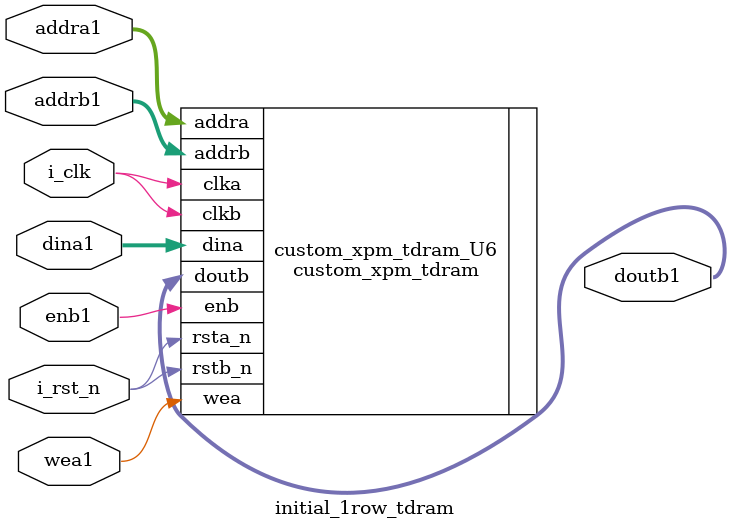
<source format=v>
`timescale 1ns / 1ps


module initial_1row_tdram#(
    parameter P_ROW_WIDTH  = 256,
    parameter P_DATA_WIDTH = 8  ,
    parameter P_ADDR_WIDTH = 12
)
(
    input                           i_clk   ,
    input                           i_rst_n ,

    input   [P_ADDR_WIDTH-1:0]      addra1  ,
    input                           wea1    ,
    input   [P_DATA_WIDTH-1:0]      dina1   ,
    input   [P_ADDR_WIDTH-1:0]      addrb1  ,
    output  [P_DATA_WIDTH-1:0]      doutb1  ,
    input                           enb1   
);

localparam         P_CLOCKING_MODE = "common_clock" ;


custom_xpm_tdram #(
    .P_WRITE_DATA_WIDTH_A (P_DATA_WIDTH )   ,
    .P_WRITE_DATA_DEPTH_A (P_ROW_WIDTH  )   ,
    .P_READ_DATA_WIDTH_A  (P_DATA_WIDTH )   ,
    .P_ADDR_WIDTH_A       (P_ADDR_WIDTH )   ,
    .P_WRITE_DATA_WIDTH_B (P_DATA_WIDTH )   ,
    .P_READ_DATA_WIDTH_B  (P_DATA_WIDTH )   ,
    .P_ADDR_WIDTH_B       (P_ADDR_WIDTH )   ,
    .P_CLOCKING_MODE      (P_CLOCKING_MODE)
)custom_xpm_tdram_U6(
    .clka                 (i_clk        )   ,
    .rsta_n               (i_rst_n      )   ,
    .addra                (addra1       )   ,
    .wea                  (wea1         )   ,
    .dina                 (dina1        )   ,
    .clkb                 (i_clk        )   ,
    .rstb_n               (i_rst_n      )   ,
    .addrb                (addrb1       )   ,
    .doutb                (doutb1       )   ,
    .enb                  (enb1         )   
);

endmodule

</source>
